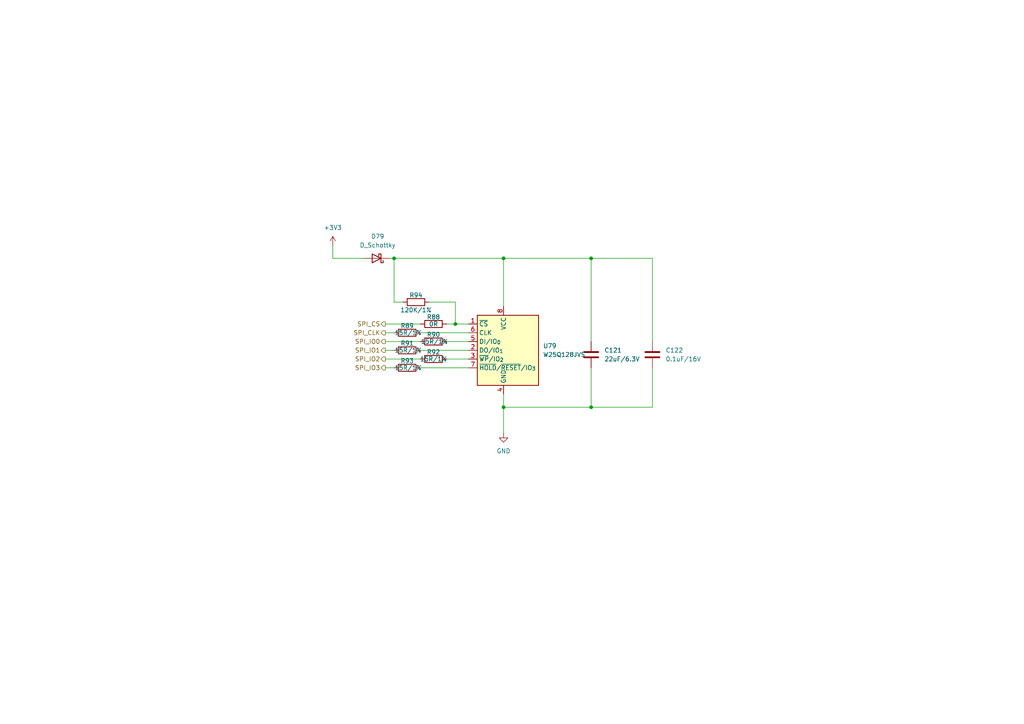
<source format=kicad_sch>
(kicad_sch (version 20250114) (generator "eeschema") (generator_version "9.0")
  (paper "A4")
  (lib_symbols
    (symbol "Device:C" (pin_numbers (hide yes)) (pin_names (offset 0.254))
      (property "Reference" "C" (at 0.635 2.54 0))
      (property "Value" "C" (at 0.635 -2.54 0))
      (symbol "C_0_1"
        (polyline (pts (xy -2.032 0.762) (xy 2.032 0.762)) (stroke (width 0.508)))
        (polyline (pts (xy -2.032 -0.762) (xy 2.032 -0.762)) (stroke (width 0.508)))
      )
      (symbol "C_1_1"
        (pin passive line (at 0 3.81 270) (length 2.794) (name "~") (number "1"))
        (pin passive line (at 0 -3.81 90) (length 2.794) (name "~") (number "2"))
      )
    )
    (symbol "Device:D_Schottky" (pin_numbers (hide yes)) (pin_names (offset 1.016) (hide yes))
      (property "Reference" "D" (at 0 2.54 0))
      (property "Value" "D_Schottky" (at 0 -2.54 0))
      (symbol "D_Schottky_0_1"
        (polyline (pts (xy -1.905 0.635) (xy -1.905 1.27) (xy -1.27 1.27) (xy -1.27 -1.27) (xy -0.635 -1.27) (xy -0.635 -0.635)) (stroke (width 0.254)))
        (polyline (pts (xy 1.27 1.27) (xy 1.27 -1.27) (xy -1.27 0) (xy 1.27 1.27)) (stroke (width 0.254)))
        (polyline (pts (xy 1.27 0) (xy -1.27 0)))
      )
      (symbol "D_Schottky_1_1"
        (pin passive line (at -3.81 0 0) (length 2.54) (name "K") (number "1"))
        (pin passive line (at 3.81 0 180) (length 2.54) (name "A") (number "2"))
      )
    )
    (symbol "Device:R" (pin_numbers (hide yes)) (pin_names (offset 0))
      (property "Reference" "R" (at 2.032 0 90))
      (property "Value" "R" (at 0 0 90))
      (symbol "R_0_1"
        (rectangle (start -1.016 -2.54) (end 1.016 2.54) (stroke (width 0.254)))
      )
      (symbol "R_1_1"
        (pin passive line (at 0 3.81 270) (length 1.27) (name "~") (number "1"))
        (pin passive line (at 0 -3.81 90) (length 1.27) (name "~") (number "2"))
      )
    )
    (symbol "Memory_Flash:W25Q128JVS"
      (property "Reference" "U" (at -6.35 11.43 0))
      (property "Value" "W25Q128JVS" (at 7.62 11.43 0))
      (symbol "W25Q128JVS_0_1"
        (rectangle (start -7.62 10.16) (end 10.16 -10.16) (stroke (width 0.254)) (fill (type background)))
      )
      (symbol "W25Q128JVS_1_1"
        (pin input line (at -10.16 7.62 0) (length 2.54) (name "~{CS}") (number "1"))
        (pin input line (at -10.16 5.08 0) (length 2.54) (name "CLK") (number "6"))
        (pin bidirectional line (at -10.16 2.54 0) (length 2.54) (name "DI/IO_{0}") (number "5"))
        (pin bidirectional line (at -10.16 0 0) (length 2.54) (name "DO/IO_{1}") (number "2"))
        (pin bidirectional line (at -10.16 -2.54 0) (length 2.54) (name "~{WP}/IO_{2}") (number "3"))
        (pin bidirectional line (at -10.16 -5.08 0) (length 2.54) (name "~{HOLD}/~{RESET}/IO_{3}") (number "7"))
        (pin power_in line (at 0 12.7 270) (length 2.54) (name "VCC") (number "8"))
        (pin power_in line (at 0 -12.7 90) (length 2.54) (name "GND") (number "4"))
      )
    )
    (symbol "power:+3V3" (power) (pin_numbers (hide yes)) (pin_names (offset 0) (hide yes))
      (property "Value" "+3V3" (at 0 3.556 0))
      (symbol "+3V3_0_1"
        (polyline (pts (xy -0.762 1.27) (xy 0 2.54)))
        (polyline (pts (xy 0 2.54) (xy 0.762 1.27)))
        (polyline (pts (xy 0 0) (xy 0 2.54)))
      )
      (symbol "+3V3_1_1"
        (pin power_in line (at 0 0 90) (length 0) (name "~") (number "1"))
      )
    )
    (symbol "power:GND" (power) (pin_numbers (hide yes)) (pin_names (offset 0) (hide yes))
      (property "Value" "GND" (at 0 -3.81 0))
      (symbol "GND_0_1"
        (polyline (pts (xy 0 0) (xy 0 -1.27) (xy 1.27 -1.27) (xy 0 -2.54) (xy -1.27 -1.27) (xy 0 -1.27)))
      )
      (symbol "GND_1_1"
        (pin power_in line (at 0 0 270) (length 0) (name "~") (number "1"))
      )
    )
  )
  (junction (at 171.45 74.93))
  (junction (at 146.05 74.93))
  (junction (at 114.3 74.93))
  (junction (at 146.05 118.11))
  (junction (at 171.45 118.11))
  (junction (at 132.08 93.98))
  (wire (pts (xy 111.76 99.06) (xy 121.92 99.06)))
  (wire (pts (xy 114.3 74.93) (xy 114.3 87.63)))
  (wire (pts (xy 171.45 74.93) (xy 146.05 74.93)))
  (wire (pts (xy 132.08 87.63) (xy 132.08 93.98)))
  (wire (pts (xy 111.76 101.6) (xy 114.3 101.6)))
  (wire (pts (xy 146.05 114.3) (xy 146.05 118.11)))
  (wire (pts (xy 171.45 74.93) (xy 189.23 74.93)))
  (wire (pts (xy 189.23 106.68) (xy 189.23 118.11)))
  (wire (pts (xy 113.03 74.93) (xy 114.3 74.93)))
  (wire (pts (xy 111.76 106.68) (xy 114.3 106.68)))
  (wire (pts (xy 124.46 87.63) (xy 132.08 87.63)))
  (wire (pts (xy 121.92 101.6) (xy 135.89 101.6)))
  (wire (pts (xy 171.45 106.68) (xy 171.45 118.11)))
  (wire (pts (xy 146.05 118.11) (xy 146.05 125.73)))
  (wire (pts (xy 129.54 99.06) (xy 135.89 99.06)))
  (wire (pts (xy 171.45 118.11) (xy 189.23 118.11)))
  (wire (pts (xy 129.54 93.98) (xy 132.08 93.98)))
  (wire (pts (xy 121.92 106.68) (xy 135.89 106.68)))
  (wire (pts (xy 121.92 96.52) (xy 135.89 96.52)))
  (wire (pts (xy 171.45 99.06) (xy 171.45 74.93)))
  (wire (pts (xy 114.3 74.93) (xy 146.05 74.93)))
  (wire (pts (xy 111.76 104.14) (xy 121.92 104.14)))
  (wire (pts (xy 96.52 71.12) (xy 96.52 74.93)))
  (wire (pts (xy 111.76 93.98) (xy 121.92 93.98)))
  (wire (pts (xy 111.76 96.52) (xy 114.3 96.52)))
  (wire (pts (xy 96.52 74.93) (xy 105.41 74.93)))
  (wire (pts (xy 114.3 87.63) (xy 116.84 87.63)))
  (wire (pts (xy 129.54 104.14) (xy 135.89 104.14)))
  (wire (pts (xy 132.08 93.98) (xy 135.89 93.98)))
  (wire (pts (xy 189.23 99.06) (xy 189.23 74.93)))
  (wire (pts (xy 146.05 74.93) (xy 146.05 88.9)))
  (wire (pts (xy 146.05 118.11) (xy 171.45 118.11)))
  (hierarchical_label "SPI_IO0" (shape output) (at 111.76 99.06 180))
  (hierarchical_label "SPI_IO2" (shape output) (at 111.76 104.14 180))
  (hierarchical_label "SPI_CLK" (shape output) (at 111.76 96.52 180))
  (hierarchical_label "SPI_IO1" (shape output) (at 111.76 101.6 180))
  (hierarchical_label "SPI_CS" (shape output) (at 111.76 93.98 180))
  (hierarchical_label "SPI_IO3" (shape output) (at 111.76 106.68 180))
  (symbol (lib_id "Device:R") (at 125.73 93.98 90) (unit 1)
    (property "Reference" "R88" (at 125.73 91.948 90))
    (property "Value" "0R" (at 125.73 93.98 90))
    (property "Footprint" "A_HDJ_Library:R_0402_1005Metric" (effects (hide yes)))
    (property "Datasheet" "https://wmsc.lcsc.com/wmsc/upload/file/pdf/v2/lcsc/2304140030_TyoHM-RMC-0402-0R-N_C325377.pdf" (effects (hide yes)))
    (property "Description" "Resistor" (effects (hide yes)))
    (property "Part#" "C325377" (effects (hide yes)))
    (property "MPN" "RMC 0402 0R N" (effects (hide yes)))
    (property "Package" "0402" (effects (hide yes)))
    (property "LCSC Part #" "C325377" (effects (hide yes)))
  )
  (symbol (lib_id "Device:C") (at 189.23 102.87 0) (unit 1)
    (property "Reference" "C122" (at 193.04 101.5999 0) (effects (justify left)))
    (property "Value" "0.1uF/16V" (at 193.04 104.1399 0) (effects (justify left)))
    (property "Footprint" "A_HDJ_Library:C_0402_1005Metric" (effects (hide yes)))
    (property "Datasheet" "https://wmsc.lcsc.com/wmsc/upload/file/pdf/v2/lcsc/1811011928_Walsin-Tech-Corp-0402B104K160CT_C83056.pdf" (effects (hide yes)))
    (property "Description" "Unpolarized capacitor" (effects (hide yes)))
    (property "Part#" "C83056" (effects (hide yes)))
    (property "MPN" "0402B104K160CT" (effects (hide yes)))
    (property "Package" "0402" (effects (hide yes)))
    (property "LCSC Part #" "C83056" (effects (hide yes)))
  )
  (symbol (lib_id "Device:R") (at 118.11 101.6 90) (unit 1)
    (property "Reference" "R91" (at 118.11 99.568 90))
    (property "Value" "15R/1%" (at 118.364 101.6 90))
    (property "Footprint" "A_HDJ_Library:R_0402_1005Metric" (effects (hide yes)))
    (property "Datasheet" "https://wmsc.lcsc.com/wmsc/upload/file/pdf/v2/lcsc/2304140030_YAGEO-RC0402FR-0715RL_C138052.pdf" (effects (hide yes)))
    (property "Description" "Resistor" (effects (hide yes)))
    (property "Part#" "C138052" (effects (hide yes)))
    (property "MPN" "RC0402FR-0715RL" (effects (hide yes)))
    (property "Package" "0402" (effects (hide yes)))
    (property "LCSC Part #" "C138052" (effects (hide yes)))
  )
  (symbol (lib_id "Memory_Flash:W25Q128JVS") (at 146.05 101.6 0) (unit 1)
    (property "Reference" "U79" (at 157.48 100.3299 0) (effects (justify left)))
    (property "Value" "W25Q128JVS" (at 157.48 102.8699 0) (effects (justify left)))
    (property "Footprint" "Package_SO:SOIC-8_5.3x5.3mm_P1.27mm" (effects (hide yes)))
    (property "Datasheet" "https://www.winbond.com/resource-files/w25q128jv_dtr%20revc%2003272018%20plus.pdf" (effects (hide yes)))
    (property "Description" "128Mbit / 16MiB Serial Flash Memory, Standard/Dual/Quad SPI, 2.7-3.6V, SOIC-8" (effects (hide yes)))
  )
  (symbol (lib_id "Device:D_Schottky") (at 109.22 74.93 180) (unit 1)
    (property "Reference" "D79" (at 109.5375 68.58 0))
    (property "Value" "D_Schottky" (at 109.5375 71.12 0))
    (property "Footprint" "Diode_SMD:D_SOD-923" (effects (hide yes)))
    (property "Datasheet" "https://wmsc.lcsc.com/wmsc/upload/file/pdf/v2/lcsc/2004100909_WILLSEMI-Will-Semicon-RB521C30-2-TR_C239637.pdf" (effects (hide yes)))
    (property "Description" "Schottky diode" (effects (hide yes)))
    (property "Part#" "C239637" (effects (hide yes)))
    (property "MPN" "RB521C30-2/TR" (effects (hide yes)))
    (property "Package" "SOD-923" (effects (hide yes)))
    (property "LCSC Part #" "C239637" (effects (hide yes)))
  )
  (symbol (lib_id "power:+3V3") (at 96.52 71.12 0) (unit 1)
    (property "Reference" "#PWR0183" (effects (hide yes)))
    (property "Value" "+3V3" (at 96.52 66.04 0))
  )
  (symbol (lib_id "Device:R") (at 125.73 104.14 90) (unit 1)
    (property "Reference" "R92" (at 125.73 102.108 90))
    (property "Value" "15R/1%" (at 125.73 104.14 90))
    (property "Footprint" "A_HDJ_Library:R_0402_1005Metric" (effects (hide yes)))
    (property "Datasheet" "https://wmsc.lcsc.com/wmsc/upload/file/pdf/v2/lcsc/2304140030_YAGEO-RC0402FR-0715RL_C138052.pdf" (effects (hide yes)))
    (property "Description" "Resistor" (effects (hide yes)))
    (property "Part#" "C138052" (effects (hide yes)))
    (property "MPN" "RC0402FR-0715RL" (effects (hide yes)))
    (property "Package" "0402" (effects (hide yes)))
    (property "LCSC Part #" "C138052" (effects (hide yes)))
  )
  (symbol (lib_id "power:GND") (at 146.05 125.73 0) (unit 1)
    (property "Reference" "#PWR0184" (effects (hide yes)))
    (property "Value" "GND" (at 146.05 130.81 0))
  )
  (symbol (lib_id "Device:R") (at 120.65 87.63 90) (unit 1)
    (property "Reference" "R94" (at 120.65 85.598 90))
    (property "Value" "120K/1%" (at 120.65 89.916 90))
    (property "Footprint" "A_HDJ_Library:R_0402_1005Metric" (effects (hide yes)))
    (property "Datasheet" "https://wmsc.lcsc.com/wmsc/upload/file/pdf/v2/lcsc/2304140030_YAGEO-RC0402FR-07120KL_C93945.pdf" (effects (hide yes)))
    (property "Description" "Resistor" (effects (hide yes)))
    (property "Part#" "C93945" (effects (hide yes)))
    (property "MPN" "RC0402FR-07120KL" (effects (hide yes)))
    (property "Package" "0402" (effects (hide yes)))
    (property "LCSC Part #" "C93945" (effects (hide yes)))
  )
  (symbol (lib_id "Device:R") (at 125.73 99.06 90) (unit 1)
    (property "Reference" "R90" (at 125.73 97.028 90))
    (property "Value" "15R/1%" (at 125.984 99.06 90))
    (property "Footprint" "A_HDJ_Library:R_0402_1005Metric" (effects (hide yes)))
    (property "Datasheet" "https://wmsc.lcsc.com/wmsc/upload/file/pdf/v2/lcsc/2304140030_YAGEO-RC0402FR-0715RL_C138052.pdf" (effects (hide yes)))
    (property "Description" "Resistor" (effects (hide yes)))
    (property "Part#" "C138052" (effects (hide yes)))
    (property "MPN" "RC0402FR-0715RL" (effects (hide yes)))
    (property "Package" "0402" (effects (hide yes)))
    (property "LCSC Part #" "C138052" (effects (hide yes)))
  )
  (symbol (lib_id "Device:R") (at 118.11 96.52 270) (mirror x) (unit 1)
    (property "Reference" "R89" (at 118.11 94.488 90))
    (property "Value" "15R/1%" (at 118.364 96.52 90))
    (property "Footprint" "A_HDJ_Library:R_0402_1005Metric" (effects (hide yes)))
    (property "Datasheet" "https://wmsc.lcsc.com/wmsc/upload/file/pdf/v2/lcsc/2304140030_YAGEO-RC0402FR-0715RL_C138052.pdf" (effects (hide yes)))
    (property "Description" "Resistor" (effects (hide yes)))
    (property "Part#" "C138052" (effects (hide yes)))
    (property "MPN" "RC0402FR-0715RL" (effects (hide yes)))
    (property "Package" "0402" (effects (hide yes)))
    (property "LCSC Part #" "C138052" (effects (hide yes)))
  )
  (symbol (lib_id "Device:R") (at 118.11 106.68 90) (unit 1)
    (property "Reference" "R93" (at 118.11 104.648 90))
    (property "Value" "15R/1%" (at 118.364 106.68 90))
    (property "Footprint" "A_HDJ_Library:R_0402_1005Metric" (effects (hide yes)))
    (property "Datasheet" "https://wmsc.lcsc.com/wmsc/upload/file/pdf/v2/lcsc/2304140030_YAGEO-RC0402FR-0715RL_C138052.pdf" (effects (hide yes)))
    (property "Description" "Resistor" (effects (hide yes)))
    (property "Part#" "C138052" (effects (hide yes)))
    (property "MPN" "RC0402FR-0715RL" (effects (hide yes)))
    (property "Package" "0402" (effects (hide yes)))
    (property "LCSC Part #" "C138052" (effects (hide yes)))
  )
  (symbol (lib_id "Device:C") (at 171.45 102.87 0) (unit 1)
    (property "Reference" "C121" (at 175.26 101.5999 0) (effects (justify left)))
    (property "Value" "22uF/6.3V" (at 175.26 104.1399 0) (effects (justify left)))
    (property "Footprint" "A_HDJ_Library:C_0402_1005Metric" (effects (hide yes)))
    (property "Datasheet" "https://wmsc.lcsc.com/wmsc/upload/file/pdf/v2/lcsc/2309061403_Samsung-Electro-Mechanics-CL05A226MQ5QUNC_C105226.pdf" (effects (hide yes)))
    (property "Description" "Unpolarized capacitor" (effects (hide yes)))
    (property "Part#" "C105226" (effects (hide yes)))
    (property "MPN" "CL05A226MQ5QUNC" (effects (hide yes)))
    (property "Package" "0402" (effects (hide yes)))
    (property "LCSC Part #" "C105226" (effects (hide yes)))
  )
)
</source>
